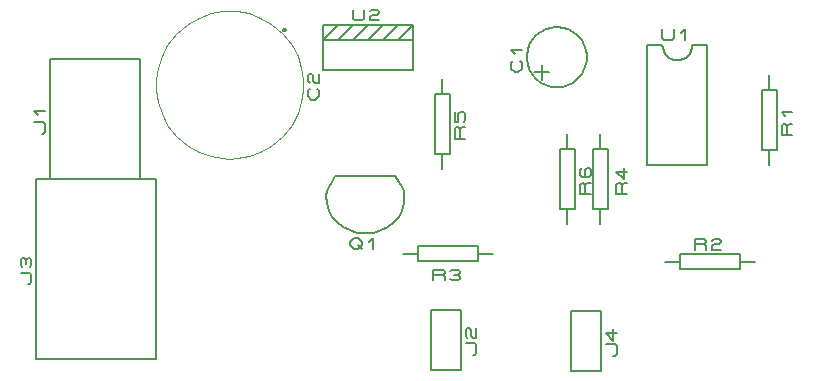
<source format=gbr>
G04 PROTEUS GERBER X2 FILE*
%TF.GenerationSoftware,Labcenter,Proteus,8.13-SP0-Build31525*%
%TF.CreationDate,2025-01-17T15:38:28+00:00*%
%TF.FileFunction,Legend,Top*%
%TF.FilePolarity,Positive*%
%TF.Part,Single*%
%TF.SameCoordinates,{73f3b6ee-04d2-4b7e-bada-d99319bd8aaf}*%
%FSLAX45Y45*%
%MOMM*%
G01*
%TA.AperFunction,Material*%
%ADD27C,0.203200*%
%ADD28C,0.120000*%
%ADD29C,0.200000*%
%TD.AperFunction*%
D27*
X+5788000Y+2917000D02*
X+5915000Y+2917000D01*
X+5915000Y+1901000D01*
X+5407000Y+1901000D01*
X+5407000Y+2917000D01*
X+5534000Y+2917000D01*
X+5661000Y+2790000D02*
X+5686876Y+2792436D01*
X+5710848Y+2799485D01*
X+5732438Y+2810762D01*
X+5751170Y+2825878D01*
X+5766569Y+2844446D01*
X+5778158Y+2866081D01*
X+5785460Y+2890394D01*
X+5788000Y+2917000D01*
X+5661000Y+2790000D02*
X+5634394Y+2792436D01*
X+5610081Y+2799485D01*
X+5588446Y+2810762D01*
X+5569878Y+2825878D01*
X+5554762Y+2844446D01*
X+5543485Y+2866081D01*
X+5536436Y+2890394D01*
X+5534000Y+2917000D01*
X+5534000Y+3049080D02*
X+5534000Y+2972880D01*
X+5549875Y+2957640D01*
X+5613375Y+2957640D01*
X+5629250Y+2972880D01*
X+5629250Y+3049080D01*
X+5692750Y+3018600D02*
X+5724500Y+3049080D01*
X+5724500Y+2957640D01*
X+2659000Y+2703000D02*
X+3421000Y+2703000D01*
X+3421000Y+2957000D01*
X+2659000Y+2957000D01*
X+2659000Y+2703000D01*
X+2659000Y+2957000D02*
X+2659000Y+3084000D01*
X+3421000Y+3084000D01*
X+3421000Y+2957000D01*
X+2659000Y+2957000D02*
X+2786000Y+3084000D01*
X+2786000Y+2957000D02*
X+2913000Y+3084000D01*
X+2913000Y+2957000D02*
X+3040000Y+3084000D01*
X+3040000Y+2957000D02*
X+3167000Y+3084000D01*
X+3167000Y+2957000D02*
X+3294000Y+3084000D01*
X+3294000Y+2957000D02*
X+3421000Y+3084000D01*
X+2913000Y+3216080D02*
X+2913000Y+3139880D01*
X+2928875Y+3124640D01*
X+2992375Y+3124640D01*
X+3008250Y+3139880D01*
X+3008250Y+3216080D01*
X+3055875Y+3200840D02*
X+3071750Y+3216080D01*
X+3119375Y+3216080D01*
X+3135250Y+3200840D01*
X+3135250Y+3185600D01*
X+3119375Y+3170360D01*
X+3071750Y+3170360D01*
X+3055875Y+3155120D01*
X+3055875Y+3124640D01*
X+3135250Y+3124640D01*
X+4894000Y+2813000D02*
X+4893173Y+2833483D01*
X+4886455Y+2874450D01*
X+4872437Y+2915417D01*
X+4849659Y+2956384D01*
X+4814859Y+2997229D01*
X+4773892Y+3028845D01*
X+4732925Y+3049392D01*
X+4691958Y+3061629D01*
X+4650991Y+3066762D01*
X+4640000Y+3067000D01*
X+4386000Y+2813000D02*
X+4386827Y+2833483D01*
X+4393545Y+2874450D01*
X+4407563Y+2915417D01*
X+4430341Y+2956384D01*
X+4465141Y+2997229D01*
X+4506108Y+3028845D01*
X+4547075Y+3049392D01*
X+4588042Y+3061629D01*
X+4629009Y+3066762D01*
X+4640000Y+3067000D01*
X+4386000Y+2813000D02*
X+4386827Y+2792517D01*
X+4393545Y+2751550D01*
X+4407563Y+2710583D01*
X+4430341Y+2669616D01*
X+4465141Y+2628771D01*
X+4506108Y+2597155D01*
X+4547075Y+2576608D01*
X+4588042Y+2564371D01*
X+4629009Y+2559238D01*
X+4640000Y+2559000D01*
X+4894000Y+2813000D02*
X+4893173Y+2792517D01*
X+4886455Y+2751550D01*
X+4872437Y+2710583D01*
X+4849659Y+2669616D01*
X+4814859Y+2628771D01*
X+4773892Y+2597155D01*
X+4732925Y+2576608D01*
X+4691958Y+2564371D01*
X+4650991Y+2559238D01*
X+4640000Y+2559000D01*
X+4513000Y+2622500D02*
X+4513000Y+2749500D01*
X+4449500Y+2686000D02*
X+4576500Y+2686000D01*
X+4330120Y+2780330D02*
X+4345360Y+2764455D01*
X+4345360Y+2716830D01*
X+4314880Y+2685080D01*
X+4284400Y+2685080D01*
X+4253920Y+2716830D01*
X+4253920Y+2764455D01*
X+4269160Y+2780330D01*
X+4284400Y+2843830D02*
X+4253920Y+2875580D01*
X+4345360Y+2875580D01*
X+1111000Y+1785620D02*
X+349000Y+1785620D01*
X+349000Y+2801620D02*
X+1111000Y+2801620D01*
X+1111000Y+1785620D02*
X+1111000Y+2801620D01*
X+349000Y+1785620D02*
X+349000Y+2801620D01*
X+277880Y+2166620D02*
X+293120Y+2166620D01*
X+308360Y+2182495D01*
X+308360Y+2245995D01*
X+293120Y+2261870D01*
X+216920Y+2261870D01*
X+247400Y+2325370D02*
X+216920Y+2357120D01*
X+308360Y+2357120D01*
X+232000Y+256000D02*
X+1248000Y+256000D01*
X+232000Y+1780000D02*
X+1248000Y+1780000D01*
X+1248000Y+256000D02*
X+1248000Y+1780000D01*
X+232000Y+1780000D02*
X+232000Y+256000D01*
X+160880Y+891000D02*
X+176120Y+891000D01*
X+191360Y+906875D01*
X+191360Y+970375D01*
X+176120Y+986250D01*
X+99920Y+986250D01*
X+115160Y+1033875D02*
X+99920Y+1049750D01*
X+99920Y+1097375D01*
X+115160Y+1113250D01*
X+130400Y+1113250D01*
X+145640Y+1097375D01*
X+160880Y+1113250D01*
X+176120Y+1113250D01*
X+191360Y+1097375D01*
X+191360Y+1049750D01*
X+176120Y+1033875D01*
X+145640Y+1065625D02*
X+145640Y+1097375D01*
X+6440000Y+2663000D02*
X+6440000Y+2536000D01*
X+6376500Y+2028000D02*
X+6503500Y+2028000D01*
X+6503500Y+2536000D01*
X+6376500Y+2536000D01*
X+6376500Y+2028000D01*
X+6440000Y+2028000D02*
X+6440000Y+1901000D01*
X+6635580Y+2155000D02*
X+6544140Y+2155000D01*
X+6544140Y+2234375D01*
X+6559380Y+2250250D01*
X+6574620Y+2250250D01*
X+6589860Y+2234375D01*
X+6589860Y+2155000D01*
X+6589860Y+2234375D02*
X+6605100Y+2250250D01*
X+6635580Y+2250250D01*
X+6574620Y+2313750D02*
X+6544140Y+2345500D01*
X+6635580Y+2345500D01*
X+5557000Y+1080000D02*
X+5684000Y+1080000D01*
X+5684000Y+1016500D02*
X+6192000Y+1016500D01*
X+6192000Y+1143500D01*
X+5684000Y+1143500D01*
X+5684000Y+1016500D01*
X+6192000Y+1080000D02*
X+6319000Y+1080000D01*
X+5811000Y+1184140D02*
X+5811000Y+1275580D01*
X+5890375Y+1275580D01*
X+5906250Y+1260340D01*
X+5906250Y+1245100D01*
X+5890375Y+1229860D01*
X+5811000Y+1229860D01*
X+5890375Y+1229860D02*
X+5906250Y+1214620D01*
X+5906250Y+1184140D01*
X+5953875Y+1260340D02*
X+5969750Y+1275580D01*
X+6017375Y+1275580D01*
X+6033250Y+1260340D01*
X+6033250Y+1245100D01*
X+6017375Y+1229860D01*
X+5969750Y+1229860D01*
X+5953875Y+1214620D01*
X+5953875Y+1184140D01*
X+6033250Y+1184140D01*
X+4103000Y+1150000D02*
X+3976000Y+1150000D01*
X+3468000Y+1086500D02*
X+3976000Y+1086500D01*
X+3976000Y+1213500D01*
X+3468000Y+1213500D01*
X+3468000Y+1086500D01*
X+3468000Y+1150000D02*
X+3341000Y+1150000D01*
X+3595000Y+924420D02*
X+3595000Y+1015860D01*
X+3674375Y+1015860D01*
X+3690250Y+1000620D01*
X+3690250Y+985380D01*
X+3674375Y+970140D01*
X+3595000Y+970140D01*
X+3674375Y+970140D02*
X+3690250Y+954900D01*
X+3690250Y+924420D01*
X+3737875Y+1000620D02*
X+3753750Y+1015860D01*
X+3801375Y+1015860D01*
X+3817250Y+1000620D01*
X+3817250Y+985380D01*
X+3801375Y+970140D01*
X+3817250Y+954900D01*
X+3817250Y+939660D01*
X+3801375Y+924420D01*
X+3753750Y+924420D01*
X+3737875Y+939660D01*
X+3769625Y+970140D02*
X+3801375Y+970140D01*
X+5010000Y+2163000D02*
X+5010000Y+2036000D01*
X+4946500Y+1528000D02*
X+5073500Y+1528000D01*
X+5073500Y+2036000D01*
X+4946500Y+2036000D01*
X+4946500Y+1528000D01*
X+5010000Y+1528000D02*
X+5010000Y+1401000D01*
X+5235580Y+1655000D02*
X+5144140Y+1655000D01*
X+5144140Y+1734375D01*
X+5159380Y+1750250D01*
X+5174620Y+1750250D01*
X+5189860Y+1734375D01*
X+5189860Y+1655000D01*
X+5189860Y+1734375D02*
X+5205100Y+1750250D01*
X+5235580Y+1750250D01*
X+5205100Y+1877250D02*
X+5205100Y+1782000D01*
X+5144140Y+1845500D01*
X+5235580Y+1845500D01*
X+3670000Y+2633000D02*
X+3670000Y+2506000D01*
X+3606500Y+1998000D02*
X+3733500Y+1998000D01*
X+3733500Y+2506000D01*
X+3606500Y+2506000D01*
X+3606500Y+1998000D01*
X+3670000Y+1998000D02*
X+3670000Y+1871000D01*
X+3865580Y+2125000D02*
X+3774140Y+2125000D01*
X+3774140Y+2204375D01*
X+3789380Y+2220250D01*
X+3804620Y+2220250D01*
X+3819860Y+2204375D01*
X+3819860Y+2125000D01*
X+3819860Y+2204375D02*
X+3835100Y+2220250D01*
X+3865580Y+2220250D01*
X+3774140Y+2347250D02*
X+3774140Y+2267875D01*
X+3804620Y+2267875D01*
X+3804620Y+2331375D01*
X+3819860Y+2347250D01*
X+3850340Y+2347250D01*
X+3865580Y+2331375D01*
X+3865580Y+2283750D01*
X+3850340Y+2267875D01*
X+4763000Y+159000D02*
X+5017000Y+159000D01*
X+5017000Y+667000D01*
X+4763000Y+667000D01*
X+4763000Y+159000D01*
X+5118600Y+286000D02*
X+5133840Y+286000D01*
X+5149080Y+301875D01*
X+5149080Y+365375D01*
X+5133840Y+381250D01*
X+5057640Y+381250D01*
X+5118600Y+508250D02*
X+5118600Y+413000D01*
X+5057640Y+476500D01*
X+5149080Y+476500D01*
X+4730000Y+2163000D02*
X+4730000Y+2036000D01*
X+4666500Y+1528000D02*
X+4793500Y+1528000D01*
X+4793500Y+2036000D01*
X+4666500Y+2036000D01*
X+4666500Y+1528000D01*
X+4730000Y+1528000D02*
X+4730000Y+1401000D01*
X+4925580Y+1655000D02*
X+4834140Y+1655000D01*
X+4834140Y+1734375D01*
X+4849380Y+1750250D01*
X+4864620Y+1750250D01*
X+4879860Y+1734375D01*
X+4879860Y+1655000D01*
X+4879860Y+1734375D02*
X+4895100Y+1750250D01*
X+4925580Y+1750250D01*
X+4849380Y+1877250D02*
X+4834140Y+1861375D01*
X+4834140Y+1813750D01*
X+4849380Y+1797875D01*
X+4910340Y+1797875D01*
X+4925580Y+1813750D01*
X+4925580Y+1861375D01*
X+4910340Y+1877250D01*
X+4895100Y+1877250D01*
X+4879860Y+1861375D01*
X+4879860Y+1797875D01*
X+3573000Y+169000D02*
X+3827000Y+169000D01*
X+3827000Y+677000D01*
X+3573000Y+677000D01*
X+3573000Y+169000D01*
X+3928600Y+296000D02*
X+3943840Y+296000D01*
X+3959080Y+311875D01*
X+3959080Y+375375D01*
X+3943840Y+391250D01*
X+3867640Y+391250D01*
X+3882880Y+438875D02*
X+3867640Y+454750D01*
X+3867640Y+502375D01*
X+3882880Y+518250D01*
X+3898120Y+518250D01*
X+3913360Y+502375D01*
X+3913360Y+454750D01*
X+3928600Y+438875D01*
X+3959080Y+438875D01*
X+3959080Y+518250D01*
X+3274000Y+1805100D02*
X+2766000Y+1805100D01*
X+3350200Y+1640000D02*
X+3345438Y+1678298D01*
X+3331150Y+1717788D01*
X+3307338Y+1759658D01*
X+3274000Y+1805100D01*
X+3350200Y+1640000D02*
X+3347569Y+1575082D01*
X+3331088Y+1515047D01*
X+3302161Y+1461058D01*
X+3262193Y+1414278D01*
X+3212588Y+1375869D01*
X+3154751Y+1346995D01*
X+3090087Y+1328817D01*
X+3020000Y+1322500D01*
X+2689800Y+1640000D02*
X+2694562Y+1678298D01*
X+2708850Y+1717788D01*
X+2732662Y+1759658D01*
X+2766000Y+1805100D01*
X+2689800Y+1640000D02*
X+2692431Y+1575082D01*
X+2708912Y+1515047D01*
X+2737839Y+1461058D01*
X+2777807Y+1414278D01*
X+2827412Y+1375869D01*
X+2885249Y+1346995D01*
X+2949913Y+1328817D01*
X+3020000Y+1322500D01*
X+2893000Y+1251380D02*
X+2924750Y+1281860D01*
X+2956500Y+1281860D01*
X+2988250Y+1251380D01*
X+2988250Y+1220900D01*
X+2956500Y+1190420D01*
X+2924750Y+1190420D01*
X+2893000Y+1220900D01*
X+2893000Y+1251380D01*
X+2956500Y+1220900D02*
X+2988250Y+1190420D01*
X+3051750Y+1251380D02*
X+3083500Y+1281860D01*
X+3083500Y+1190420D01*
D28*
X+2495000Y+2580000D02*
X+2493144Y+2628134D01*
X+2478089Y+2724404D01*
X+2446802Y+2820674D01*
X+2396397Y+2916944D01*
X+2320500Y+3013214D01*
X+2224399Y+3094807D01*
X+2128129Y+3149205D01*
X+2031859Y+3183678D01*
X+1935589Y+3201549D01*
X+1870000Y+3205000D01*
X+1245000Y+2580000D02*
X+1246856Y+2628134D01*
X+1261911Y+2724404D01*
X+1293198Y+2820674D01*
X+1343603Y+2916944D01*
X+1419500Y+3013214D01*
X+1515601Y+3094807D01*
X+1611871Y+3149205D01*
X+1708141Y+3183678D01*
X+1804411Y+3201549D01*
X+1870000Y+3205000D01*
X+1245000Y+2580000D02*
X+1246856Y+2531866D01*
X+1261911Y+2435596D01*
X+1293198Y+2339326D01*
X+1343603Y+2243056D01*
X+1419500Y+2146786D01*
X+1515601Y+2065193D01*
X+1611871Y+2010795D01*
X+1708141Y+1976322D01*
X+1804411Y+1958451D01*
X+1870000Y+1955000D01*
X+2495000Y+2580000D02*
X+2493144Y+2531866D01*
X+2478089Y+2435596D01*
X+2446802Y+2339326D01*
X+2396397Y+2243056D01*
X+2320500Y+2146786D01*
X+2224399Y+2065193D01*
X+2128129Y+2010795D01*
X+2031859Y+1976322D01*
X+1935589Y+1958451D01*
X+1870000Y+1955000D01*
D29*
X+2344000Y+3044000D02*
X+2343965Y+3044831D01*
X+2343684Y+3046495D01*
X+2343094Y+3048159D01*
X+2342130Y+3049823D01*
X+2340655Y+3051464D01*
X+2338991Y+3052665D01*
X+2337327Y+3053430D01*
X+2335663Y+3053861D01*
X+2334000Y+3054000D01*
X+2324000Y+3044000D02*
X+2324035Y+3044831D01*
X+2324316Y+3046495D01*
X+2324906Y+3048159D01*
X+2325870Y+3049823D01*
X+2327345Y+3051464D01*
X+2329009Y+3052665D01*
X+2330673Y+3053430D01*
X+2332337Y+3053861D01*
X+2334000Y+3054000D01*
X+2324000Y+3044000D02*
X+2324035Y+3043169D01*
X+2324316Y+3041505D01*
X+2324906Y+3039841D01*
X+2325870Y+3038177D01*
X+2327345Y+3036536D01*
X+2329009Y+3035335D01*
X+2330673Y+3034570D01*
X+2332337Y+3034139D01*
X+2334000Y+3034000D01*
X+2344000Y+3044000D02*
X+2343965Y+3043169D01*
X+2343684Y+3041505D01*
X+2343094Y+3039841D01*
X+2342130Y+3038177D01*
X+2340655Y+3036536D01*
X+2338991Y+3035335D01*
X+2337327Y+3034570D01*
X+2335663Y+3034139D01*
X+2334000Y+3034000D01*
D27*
X+2607680Y+2548250D02*
X+2622920Y+2532375D01*
X+2622920Y+2484750D01*
X+2592440Y+2453000D01*
X+2561960Y+2453000D01*
X+2531480Y+2484750D01*
X+2531480Y+2532375D01*
X+2546720Y+2548250D01*
X+2546720Y+2595875D02*
X+2531480Y+2611750D01*
X+2531480Y+2659375D01*
X+2546720Y+2675250D01*
X+2561960Y+2675250D01*
X+2577200Y+2659375D01*
X+2577200Y+2611750D01*
X+2592440Y+2595875D01*
X+2622920Y+2595875D01*
X+2622920Y+2675250D01*
M02*

</source>
